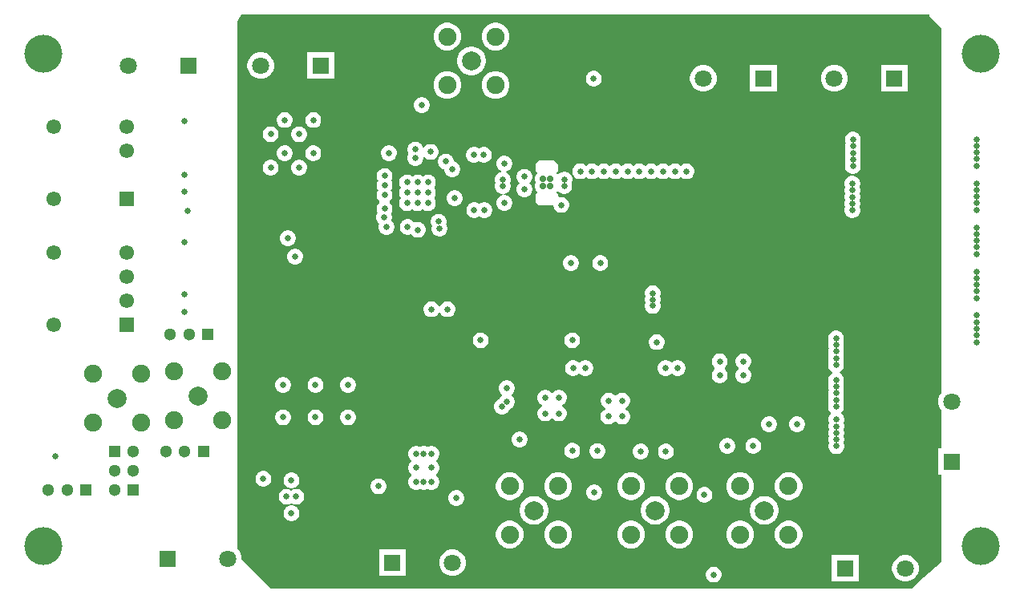
<source format=gbl>
G04*
G04 #@! TF.GenerationSoftware,Altium Limited,Altium Designer,22.0.2 (36)*
G04*
G04 Layer_Physical_Order=4*
G04 Layer_Color=16711680*
%FSLAX44Y44*%
%MOMM*%
G71*
G04*
G04 #@! TF.SameCoordinates,A00C5D83-CF48-4284-9485-F4BE2AF80D81*
G04*
G04*
G04 #@! TF.FilePolarity,Positive*
G04*
G01*
G75*
%ADD59C,1.9050*%
%ADD61R,1.3000X1.3000*%
%ADD62C,1.3000*%
%ADD67C,1.5500*%
%ADD68R,1.5500X1.5500*%
%ADD69R,1.3000X1.3000*%
%ADD78C,0.6500*%
%ADD79C,2.0066*%
%ADD80R,1.8000X1.8000*%
%ADD81C,1.8000*%
%ADD82R,1.8000X1.8000*%
%ADD83C,0.7000*%
%ADD84C,4.0000*%
G36*
X935330Y560030D02*
X948030Y547330D01*
Y161864D01*
X947582Y161416D01*
X945728Y158205D01*
X944769Y154624D01*
Y150917D01*
X945728Y147336D01*
X947582Y144125D01*
X948030Y143677D01*
Y103350D01*
X944769D01*
Y75190D01*
X948030D01*
Y-16500D01*
X923919Y-38330D01*
X916750Y-44820D01*
X240070Y-44821D01*
X209080Y-13830D01*
Y-11146D01*
X208120Y-7565D01*
X206267Y-4355D01*
X205080Y-3168D01*
Y553680D01*
X208890Y561300D01*
X935330D01*
Y560030D01*
D02*
G37*
%LPC*%
G36*
X479450Y552632D02*
X475604D01*
X471890Y551637D01*
X468559Y549714D01*
X465840Y546995D01*
X463917Y543664D01*
X462922Y539950D01*
Y536104D01*
X463917Y532390D01*
X465840Y529059D01*
X468559Y526340D01*
X471890Y524417D01*
X475604Y523422D01*
X479450D01*
X483164Y524417D01*
X486495Y526340D01*
X489214Y529059D01*
X491137Y532390D01*
X492132Y536104D01*
Y539950D01*
X491137Y543664D01*
X489214Y546995D01*
X486495Y549714D01*
X483164Y551637D01*
X479450Y552632D01*
D02*
G37*
G36*
X428396D02*
X424550D01*
X420836Y551637D01*
X417505Y549714D01*
X414786Y546995D01*
X412863Y543664D01*
X411868Y539950D01*
Y536104D01*
X412863Y532390D01*
X414786Y529059D01*
X417505Y526340D01*
X420836Y524417D01*
X424550Y523422D01*
X428396D01*
X432110Y524417D01*
X435441Y526340D01*
X438160Y529059D01*
X440083Y532390D01*
X441078Y536104D01*
Y539950D01*
X440083Y543664D01*
X438160Y546995D01*
X435441Y549714D01*
X432110Y551637D01*
X428396Y552632D01*
D02*
G37*
G36*
X453489Y527613D02*
X450512D01*
X447592Y527032D01*
X444841Y525893D01*
X442366Y524239D01*
X440261Y522134D01*
X438607Y519659D01*
X437468Y516908D01*
X436887Y513988D01*
Y511012D01*
X437468Y508092D01*
X438607Y505341D01*
X440261Y502866D01*
X442366Y500761D01*
X444841Y499107D01*
X447592Y497968D01*
X450512Y497387D01*
X453489D01*
X456408Y497968D01*
X459159Y499107D01*
X461634Y500761D01*
X463739Y502866D01*
X465393Y505341D01*
X466532Y508092D01*
X467113Y511012D01*
Y513988D01*
X466532Y516908D01*
X465393Y519659D01*
X463739Y522134D01*
X461634Y524239D01*
X459159Y525893D01*
X456408Y527032D01*
X453489Y527613D01*
D02*
G37*
G36*
X307080Y521580D02*
X278920D01*
Y493420D01*
X307080D01*
Y521580D01*
D02*
G37*
G36*
X231354D02*
X227647D01*
X224065Y520621D01*
X220855Y518767D01*
X218233Y516146D01*
X216380Y512935D01*
X215420Y509354D01*
Y505647D01*
X216380Y502066D01*
X218233Y498855D01*
X220855Y496233D01*
X224065Y494380D01*
X227647Y493420D01*
X231354D01*
X234935Y494380D01*
X238145Y496233D01*
X240767Y498855D01*
X242621Y502066D01*
X243580Y505647D01*
Y509354D01*
X242621Y512935D01*
X240767Y516146D01*
X238145Y518767D01*
X234935Y520621D01*
X231354Y521580D01*
D02*
G37*
G36*
X582234Y501907D02*
X580041D01*
X577923Y501339D01*
X576023Y500242D01*
X574472Y498691D01*
X573376Y496792D01*
X572808Y494673D01*
Y492480D01*
X573376Y490361D01*
X574472Y488462D01*
X576023Y486911D01*
X577923Y485814D01*
X580041Y485247D01*
X582234D01*
X584353Y485814D01*
X586253Y486911D01*
X587803Y488462D01*
X588900Y490361D01*
X589468Y492480D01*
Y494673D01*
X588900Y496792D01*
X587803Y498691D01*
X586253Y500242D01*
X584353Y501339D01*
X582234Y501907D01*
D02*
G37*
G36*
X912667Y508004D02*
X884507D01*
Y479844D01*
X912667D01*
Y508004D01*
D02*
G37*
G36*
X836941D02*
X833234D01*
X829653Y507045D01*
X826442Y505191D01*
X823820Y502570D01*
X821967Y499359D01*
X821007Y495778D01*
Y492071D01*
X821967Y488490D01*
X823820Y485279D01*
X826442Y482658D01*
X829653Y480804D01*
X833234Y479844D01*
X836941D01*
X840522Y480804D01*
X843733Y482658D01*
X846354Y485279D01*
X848208Y488490D01*
X849167Y492071D01*
Y495778D01*
X848208Y499359D01*
X846354Y502570D01*
X843733Y505191D01*
X840522Y507045D01*
X836941Y508004D01*
D02*
G37*
G36*
X774418D02*
X746258D01*
Y479844D01*
X774418D01*
Y508004D01*
D02*
G37*
G36*
X698691D02*
X694984D01*
X691403Y507045D01*
X688192Y505191D01*
X685571Y502570D01*
X683717Y499359D01*
X682758Y495778D01*
Y492071D01*
X683717Y488490D01*
X685571Y485279D01*
X688192Y482658D01*
X691403Y480804D01*
X694984Y479844D01*
X698691D01*
X702272Y480804D01*
X705483Y482658D01*
X708104Y485279D01*
X709958Y488490D01*
X710918Y492071D01*
Y495778D01*
X709958Y499359D01*
X708104Y502570D01*
X705483Y505191D01*
X702272Y507045D01*
X698691Y508004D01*
D02*
G37*
G36*
X479450Y501578D02*
X475604D01*
X471890Y500583D01*
X468559Y498660D01*
X465840Y495941D01*
X463917Y492610D01*
X462922Y488896D01*
Y485050D01*
X463917Y481336D01*
X465840Y478005D01*
X468559Y475286D01*
X471890Y473363D01*
X475604Y472368D01*
X479450D01*
X483164Y473363D01*
X486495Y475286D01*
X489214Y478005D01*
X491137Y481336D01*
X492132Y485050D01*
Y488896D01*
X491137Y492610D01*
X489214Y495941D01*
X486495Y498660D01*
X483164Y500583D01*
X479450Y501578D01*
D02*
G37*
G36*
X428396D02*
X424550D01*
X420836Y500583D01*
X417505Y498660D01*
X414786Y495941D01*
X412863Y492610D01*
X411868Y488896D01*
Y485050D01*
X412863Y481336D01*
X414786Y478005D01*
X417505Y475286D01*
X420836Y473363D01*
X424550Y472368D01*
X428396D01*
X432110Y473363D01*
X435441Y475286D01*
X438160Y478005D01*
X440083Y481336D01*
X441078Y485050D01*
Y488896D01*
X440083Y492610D01*
X438160Y495941D01*
X435441Y498660D01*
X432110Y500583D01*
X428396Y501578D01*
D02*
G37*
G36*
X400694Y474062D02*
X398501D01*
X396382Y473494D01*
X394483Y472398D01*
X392932Y470847D01*
X391835Y468947D01*
X391268Y466829D01*
Y464635D01*
X391835Y462517D01*
X392932Y460617D01*
X394483Y459066D01*
X396382Y457970D01*
X398501Y457402D01*
X400694D01*
X402813Y457970D01*
X404712Y459066D01*
X406263Y460617D01*
X407360Y462517D01*
X407928Y464635D01*
Y466829D01*
X407360Y468947D01*
X406263Y470847D01*
X404712Y472398D01*
X402813Y473494D01*
X400694Y474062D01*
D02*
G37*
G36*
X286097Y458330D02*
X283903D01*
X281785Y457762D01*
X279885Y456666D01*
X278334Y455115D01*
X277238Y453215D01*
X276670Y451097D01*
Y448903D01*
X277238Y446785D01*
X278334Y444885D01*
X279885Y443334D01*
X281785Y442238D01*
X283903Y441670D01*
X286097D01*
X288215Y442238D01*
X290115Y443334D01*
X291666Y444885D01*
X292762Y446785D01*
X293330Y448903D01*
Y451097D01*
X292762Y453215D01*
X291666Y455115D01*
X290115Y456666D01*
X288215Y457762D01*
X286097Y458330D01*
D02*
G37*
G36*
X256097D02*
X253903D01*
X251785Y457762D01*
X249885Y456666D01*
X248334Y455115D01*
X247238Y453215D01*
X246670Y451097D01*
Y448903D01*
X247238Y446785D01*
X248334Y444885D01*
X249885Y443334D01*
X251785Y442238D01*
X253903Y441670D01*
X256097D01*
X258215Y442238D01*
X260115Y443334D01*
X261666Y444885D01*
X262762Y446785D01*
X263330Y448903D01*
Y451097D01*
X262762Y453215D01*
X261666Y455115D01*
X260115Y456666D01*
X258215Y457762D01*
X256097Y458330D01*
D02*
G37*
G36*
X271097Y443330D02*
X268903D01*
X266785Y442762D01*
X264885Y441666D01*
X263334Y440115D01*
X262238Y438215D01*
X261670Y436097D01*
Y433903D01*
X262238Y431785D01*
X263334Y429885D01*
X264885Y428334D01*
X266785Y427238D01*
X268903Y426670D01*
X271097D01*
X273215Y427238D01*
X275115Y428334D01*
X276666Y429885D01*
X277762Y431785D01*
X278330Y433903D01*
Y436097D01*
X277762Y438215D01*
X276666Y440115D01*
X275115Y441666D01*
X273215Y442762D01*
X271097Y443330D01*
D02*
G37*
G36*
X241097D02*
X238903D01*
X236785Y442762D01*
X234885Y441666D01*
X233334Y440115D01*
X232238Y438215D01*
X231670Y436097D01*
Y433903D01*
X232238Y431785D01*
X233334Y429885D01*
X234885Y428334D01*
X236785Y427238D01*
X238903Y426670D01*
X241097D01*
X243215Y427238D01*
X245115Y428334D01*
X246666Y429885D01*
X247762Y431785D01*
X248330Y433903D01*
Y436097D01*
X247762Y438215D01*
X246666Y440115D01*
X245115Y441666D01*
X243215Y442762D01*
X241097Y443330D01*
D02*
G37*
G36*
X466214Y421364D02*
X464021D01*
X461902Y420797D01*
X460003Y419700D01*
X459969Y419666D01*
X459935Y419700D01*
X458036Y420797D01*
X455917Y421364D01*
X453724D01*
X451605Y420797D01*
X449706Y419700D01*
X448155Y418149D01*
X447058Y416250D01*
X446490Y414131D01*
Y411938D01*
X447058Y409819D01*
X448155Y407920D01*
X449706Y406369D01*
X451605Y405272D01*
X453724Y404704D01*
X455917D01*
X458036Y405272D01*
X459935Y406369D01*
X459969Y406403D01*
X460003Y406369D01*
X461902Y405272D01*
X464021Y404704D01*
X466214D01*
X468333Y405272D01*
X470232Y406369D01*
X471783Y407920D01*
X472880Y409819D01*
X473447Y411938D01*
Y414131D01*
X472880Y416250D01*
X471783Y418149D01*
X470232Y419700D01*
X468333Y420797D01*
X466214Y421364D01*
D02*
G37*
G36*
X393694Y427212D02*
X391501D01*
X389383Y426644D01*
X387483Y425547D01*
X385932Y423997D01*
X384836Y422097D01*
X384268Y419978D01*
Y417785D01*
X384836Y415667D01*
X385577Y414382D01*
X384836Y413097D01*
X384268Y410978D01*
Y408785D01*
X384836Y406666D01*
X385932Y404767D01*
X387483Y403216D01*
X389383Y402119D01*
X391501Y401552D01*
X393694D01*
X395813Y402119D01*
X397713Y403216D01*
X399263Y404767D01*
X400360Y406666D01*
X400928Y408785D01*
Y410848D01*
X401012Y410925D01*
X402153Y411267D01*
X403703Y409716D01*
X405603Y408619D01*
X407722Y408051D01*
X409915D01*
X412034Y408619D01*
X413933Y409716D01*
X415484Y411267D01*
X416581Y413166D01*
X417148Y415285D01*
Y417478D01*
X416581Y419597D01*
X415484Y421496D01*
X413933Y423047D01*
X412034Y424144D01*
X409915Y424711D01*
X407722D01*
X405603Y424144D01*
X403703Y423047D01*
X402153Y421496D01*
X401936Y421122D01*
X400574Y421301D01*
X400360Y422097D01*
X399263Y423997D01*
X397713Y425547D01*
X395813Y426644D01*
X393694Y427212D01*
D02*
G37*
G36*
X366047Y423609D02*
X363854D01*
X361735Y423041D01*
X359836Y421945D01*
X358285Y420394D01*
X357188Y418494D01*
X356620Y416376D01*
Y414183D01*
X357188Y412064D01*
X358285Y410164D01*
X359836Y408614D01*
X361735Y407517D01*
X363854Y406949D01*
X366047D01*
X368166Y407517D01*
X370065Y408614D01*
X371616Y410164D01*
X372713Y412064D01*
X373280Y414183D01*
Y416376D01*
X372713Y418494D01*
X371616Y420394D01*
X370065Y421945D01*
X368166Y423041D01*
X366047Y423609D01*
D02*
G37*
G36*
X286097Y423330D02*
X283903D01*
X281785Y422762D01*
X279885Y421666D01*
X278334Y420115D01*
X277238Y418215D01*
X276670Y416097D01*
Y413903D01*
X277238Y411785D01*
X278334Y409885D01*
X279885Y408334D01*
X281785Y407238D01*
X283903Y406670D01*
X286097D01*
X288215Y407238D01*
X290115Y408334D01*
X291666Y409885D01*
X292762Y411785D01*
X293330Y413903D01*
Y416097D01*
X292762Y418215D01*
X291666Y420115D01*
X290115Y421666D01*
X288215Y422762D01*
X286097Y423330D01*
D02*
G37*
G36*
X256097D02*
X253903D01*
X251785Y422762D01*
X249885Y421666D01*
X248334Y420115D01*
X247238Y418215D01*
X246670Y416097D01*
Y413903D01*
X247238Y411785D01*
X248334Y409885D01*
X249885Y408334D01*
X251785Y407238D01*
X253903Y406670D01*
X256097D01*
X258215Y407238D01*
X260115Y408334D01*
X261666Y409885D01*
X262762Y411785D01*
X263330Y413903D01*
Y416097D01*
X262762Y418215D01*
X261666Y420115D01*
X260115Y421666D01*
X258215Y422762D01*
X256097Y423330D01*
D02*
G37*
G36*
X680361Y404170D02*
X678168D01*
X676049Y403602D01*
X674150Y402505D01*
X673018Y401374D01*
X671887Y402505D01*
X669987Y403602D01*
X667868Y404170D01*
X665675D01*
X663557Y403602D01*
X661657Y402505D01*
X660525Y401374D01*
X659394Y402505D01*
X657494Y403602D01*
X655376Y404170D01*
X653182D01*
X651064Y403602D01*
X649164Y402505D01*
X648033Y401374D01*
X646901Y402505D01*
X645002Y403602D01*
X642883Y404170D01*
X640690D01*
X638571Y403602D01*
X636672Y402505D01*
X635605Y401438D01*
X634537Y402505D01*
X632638Y403602D01*
X630519Y404170D01*
X628326D01*
X626207Y403602D01*
X624308Y402505D01*
X623173Y401370D01*
X622038Y402505D01*
X620138Y403602D01*
X618019Y404170D01*
X615826D01*
X613708Y403602D01*
X611808Y402505D01*
X610548Y401245D01*
X609287Y402505D01*
X607388Y403602D01*
X605269Y404170D01*
X603076D01*
X600957Y403602D01*
X599058Y402505D01*
X597994Y401442D01*
X596931Y402505D01*
X595031Y403602D01*
X592913Y404170D01*
X590719D01*
X588601Y403602D01*
X586701Y402505D01*
X585569Y401374D01*
X584438Y402505D01*
X582538Y403602D01*
X580420Y404170D01*
X578227D01*
X576108Y403602D01*
X574208Y402505D01*
X573077Y401374D01*
X571945Y402505D01*
X570046Y403602D01*
X567927Y404170D01*
X565734D01*
X563615Y403602D01*
X561716Y402505D01*
X560165Y400955D01*
X559068Y399055D01*
X558500Y396936D01*
Y394743D01*
X559068Y392625D01*
X560165Y390725D01*
X561716Y389174D01*
X563615Y388078D01*
X565734Y387510D01*
X567927D01*
X570046Y388078D01*
X571945Y389174D01*
X573077Y390306D01*
X574208Y389174D01*
X576108Y388078D01*
X578227Y387510D01*
X580420D01*
X582538Y388078D01*
X584438Y389174D01*
X585569Y390306D01*
X586701Y389174D01*
X588601Y388078D01*
X590719Y387510D01*
X592913D01*
X595031Y388078D01*
X596931Y389174D01*
X597994Y390238D01*
X599058Y389174D01*
X600957Y388078D01*
X603076Y387510D01*
X605269D01*
X607388Y388078D01*
X609287Y389174D01*
X610548Y390435D01*
X611808Y389174D01*
X613708Y388078D01*
X615826Y387510D01*
X618019D01*
X620138Y388078D01*
X622038Y389174D01*
X623173Y390309D01*
X624308Y389174D01*
X626207Y388078D01*
X628326Y387510D01*
X630519D01*
X632638Y388078D01*
X634537Y389174D01*
X635605Y390241D01*
X636672Y389174D01*
X638571Y388078D01*
X640690Y387510D01*
X642883D01*
X645002Y388078D01*
X646901Y389174D01*
X648033Y390306D01*
X649164Y389174D01*
X651064Y388078D01*
X653182Y387510D01*
X655376D01*
X657494Y388078D01*
X659394Y389174D01*
X660525Y390306D01*
X661657Y389174D01*
X663557Y388078D01*
X665675Y387510D01*
X667868D01*
X669987Y388078D01*
X671887Y389174D01*
X673018Y390306D01*
X674150Y389174D01*
X676049Y388078D01*
X678168Y387510D01*
X680361D01*
X682480Y388078D01*
X684379Y389174D01*
X685930Y390725D01*
X687027Y392625D01*
X687595Y394743D01*
Y396936D01*
X687027Y399055D01*
X685930Y400955D01*
X684379Y402505D01*
X682480Y403602D01*
X680361Y404170D01*
D02*
G37*
G36*
X855826Y437567D02*
X853632D01*
X851514Y436999D01*
X849614Y435902D01*
X848063Y434351D01*
X846967Y432452D01*
X846399Y430333D01*
Y428140D01*
X846967Y426021D01*
X847131Y425737D01*
X846967Y425452D01*
X846399Y423333D01*
Y421140D01*
X846967Y419021D01*
X847131Y418737D01*
X846967Y418452D01*
X846399Y416333D01*
Y414140D01*
X846967Y412021D01*
X847131Y411737D01*
X846967Y411452D01*
X846399Y409333D01*
Y407140D01*
X846967Y405021D01*
X847131Y404737D01*
X846967Y404452D01*
X846399Y402333D01*
Y400140D01*
X846967Y398021D01*
X848064Y396122D01*
X849614Y394571D01*
X851514Y393474D01*
X853633Y392907D01*
X855826D01*
X857944Y393474D01*
X859844Y394571D01*
X861395Y396122D01*
X862492Y398021D01*
X863059Y400140D01*
Y402333D01*
X862492Y404452D01*
X862327Y404737D01*
X862492Y405021D01*
X863059Y407140D01*
Y409333D01*
X862492Y411452D01*
X862327Y411737D01*
X862492Y412021D01*
X863059Y414140D01*
Y416333D01*
X862492Y418452D01*
X862327Y418737D01*
X862492Y419021D01*
X863059Y421140D01*
Y423333D01*
X862492Y425452D01*
X862327Y425737D01*
X862491Y426021D01*
X863059Y428140D01*
Y430333D01*
X862491Y432452D01*
X861395Y434351D01*
X859844Y435902D01*
X857944Y436999D01*
X855826Y437567D01*
D02*
G37*
G36*
X271097Y408330D02*
X268903D01*
X266785Y407762D01*
X264885Y406666D01*
X263334Y405115D01*
X262238Y403215D01*
X261670Y401097D01*
Y398903D01*
X262238Y396785D01*
X263334Y394885D01*
X264885Y393334D01*
X266785Y392238D01*
X268903Y391670D01*
X271097D01*
X273215Y392238D01*
X275115Y393334D01*
X276666Y394885D01*
X277762Y396785D01*
X278330Y398903D01*
Y401097D01*
X277762Y403215D01*
X276666Y405115D01*
X275115Y406666D01*
X273215Y407762D01*
X271097Y408330D01*
D02*
G37*
G36*
X241097D02*
X238903D01*
X236785Y407762D01*
X234885Y406666D01*
X233334Y405115D01*
X232238Y403215D01*
X231670Y401097D01*
Y398903D01*
X232238Y396785D01*
X233334Y394885D01*
X234885Y393334D01*
X236785Y392238D01*
X238903Y391670D01*
X241097D01*
X243215Y392238D01*
X245115Y393334D01*
X246666Y394885D01*
X247762Y396785D01*
X248330Y398903D01*
Y401097D01*
X247762Y403215D01*
X246666Y405115D01*
X245115Y406666D01*
X243215Y407762D01*
X241097Y408330D01*
D02*
G37*
G36*
X407153Y392469D02*
X404960D01*
X402841Y391901D01*
X400942Y390804D01*
X400556Y390419D01*
X400171Y390804D01*
X398271Y391901D01*
X396153Y392469D01*
X393959D01*
X391841Y391901D01*
X389941Y390804D01*
X389556Y390419D01*
X389171Y390804D01*
X387272Y391901D01*
X385153Y392469D01*
X382960D01*
X380841Y391901D01*
X378942Y390804D01*
X377391Y389254D01*
X376294Y387354D01*
X375726Y385235D01*
Y383042D01*
X376294Y380924D01*
X377391Y379024D01*
X377776Y378639D01*
X377391Y378254D01*
X376294Y376354D01*
X375726Y374236D01*
Y372042D01*
X376294Y369924D01*
X377391Y368024D01*
X377776Y367639D01*
X377391Y367253D01*
X376294Y365354D01*
X375726Y363235D01*
Y361042D01*
X376294Y358923D01*
X377391Y357024D01*
X378942Y355473D01*
X380841Y354376D01*
X382960Y353809D01*
X385153D01*
X387272Y354376D01*
X389171Y355473D01*
X389556Y355858D01*
X389941Y355473D01*
X391841Y354376D01*
X393959Y353809D01*
X396153D01*
X398271Y354376D01*
X400171Y355473D01*
X400556Y355858D01*
X400942Y355473D01*
X402841Y354376D01*
X404960Y353809D01*
X407153D01*
X409272Y354376D01*
X411171Y355473D01*
X412722Y357024D01*
X413819Y358923D01*
X414386Y361042D01*
Y363235D01*
X413819Y365354D01*
X412722Y367253D01*
X412337Y367639D01*
X412722Y368024D01*
X413819Y369924D01*
X414386Y372042D01*
Y374236D01*
X413819Y376354D01*
X412722Y378254D01*
X412337Y378639D01*
X412722Y379024D01*
X413819Y380924D01*
X414386Y383042D01*
Y385235D01*
X413819Y387354D01*
X412722Y389254D01*
X411171Y390804D01*
X409272Y391901D01*
X407153Y392469D01*
D02*
G37*
G36*
X426194Y414462D02*
X424001D01*
X421882Y413894D01*
X419983Y412797D01*
X418432Y411246D01*
X417335Y409347D01*
X416768Y407228D01*
Y405035D01*
X417335Y402916D01*
X418432Y401017D01*
X419983Y399466D01*
X421882Y398369D01*
X423518Y397931D01*
Y397035D01*
X424086Y394916D01*
X425182Y393017D01*
X426733Y391466D01*
X428633Y390369D01*
X430751Y389802D01*
X432945D01*
X435063Y390369D01*
X436963Y391466D01*
X438514Y393017D01*
X439610Y394916D01*
X440178Y397035D01*
Y399228D01*
X439610Y401347D01*
X438514Y403246D01*
X436963Y404797D01*
X435063Y405894D01*
X433428Y406332D01*
Y407228D01*
X432860Y409347D01*
X431763Y411246D01*
X430212Y412797D01*
X428313Y413894D01*
X426194Y414462D01*
D02*
G37*
G36*
X539645Y407500D02*
X523250Y407500D01*
X520000Y404250D01*
Y396002D01*
X522034Y393968D01*
X520954Y392888D01*
X519825Y390932D01*
X519240Y388750D01*
Y386490D01*
X519825Y384308D01*
X520107Y383820D01*
X519825Y383332D01*
X519240Y381150D01*
Y378890D01*
X519825Y376708D01*
X520954Y374752D01*
X522037Y373669D01*
X520000Y371631D01*
Y363383D01*
X523250Y360133D01*
X538510Y360133D01*
Y359217D01*
X539078Y357099D01*
X540174Y355199D01*
X541725Y353648D01*
X543625Y352551D01*
X545743Y351984D01*
X547937D01*
X550055Y352551D01*
X551955Y353648D01*
X553506Y355199D01*
X554602Y357099D01*
X555170Y359217D01*
Y361410D01*
X554602Y363529D01*
X553506Y365429D01*
X551955Y366979D01*
X550055Y368076D01*
X547937Y368644D01*
X545743D01*
X544797Y368390D01*
X543789Y369163D01*
Y371238D01*
X541665Y373361D01*
X542249Y374574D01*
X542640Y374698D01*
X543634Y374547D01*
X544831Y373351D01*
X546730Y372254D01*
X548849Y371687D01*
X551042D01*
X553161Y372254D01*
X555060Y373351D01*
X556611Y374902D01*
X557708Y376801D01*
X558275Y378920D01*
Y381113D01*
X557708Y383232D01*
X557626Y383373D01*
X558033Y384077D01*
X558600Y386195D01*
Y388388D01*
X558033Y390507D01*
X556936Y392407D01*
X555385Y393957D01*
X553486Y395054D01*
X551367Y395622D01*
X549174D01*
X547055Y395054D01*
X545156Y393957D01*
X543875Y392676D01*
X542430Y392638D01*
X542286Y392888D01*
X541284Y393890D01*
X543789Y396396D01*
Y403357D01*
X539645Y407500D01*
D02*
G37*
G36*
X508915Y398417D02*
X506722D01*
X504603Y397850D01*
X502704Y396753D01*
X501153Y395202D01*
X500056Y393303D01*
X499488Y391184D01*
Y388991D01*
X500056Y386872D01*
X501153Y384973D01*
X502577Y383548D01*
X501153Y382124D01*
X500056Y380225D01*
X499488Y378106D01*
Y375913D01*
X500056Y373794D01*
X501153Y371895D01*
X502704Y370344D01*
X504603Y369247D01*
X506722Y368679D01*
X508915D01*
X511034Y369247D01*
X512933Y370344D01*
X514484Y371895D01*
X515581Y373794D01*
X516148Y375913D01*
Y378106D01*
X515581Y380225D01*
X514484Y382124D01*
X513060Y383548D01*
X514484Y384973D01*
X515581Y386872D01*
X516148Y388991D01*
Y391184D01*
X515581Y393303D01*
X514484Y395202D01*
X512933Y396753D01*
X511034Y397850D01*
X508915Y398417D01*
D02*
G37*
G36*
X466686Y363061D02*
X464493D01*
X462374Y362494D01*
X460475Y361397D01*
X460293Y361215D01*
X460111Y361397D01*
X458212Y362494D01*
X456093Y363061D01*
X453900D01*
X451781Y362494D01*
X449882Y361397D01*
X448331Y359846D01*
X447234Y357947D01*
X446666Y355828D01*
Y353635D01*
X447234Y351516D01*
X448331Y349617D01*
X449882Y348066D01*
X451781Y346969D01*
X453900Y346401D01*
X456093D01*
X458212Y346969D01*
X460111Y348066D01*
X460293Y348248D01*
X460475Y348066D01*
X462374Y346969D01*
X464493Y346401D01*
X466686D01*
X468805Y346969D01*
X470704Y348066D01*
X472255Y349617D01*
X473352Y351516D01*
X473920Y353635D01*
Y355828D01*
X473352Y357947D01*
X472255Y359846D01*
X470704Y361397D01*
X468805Y362494D01*
X466686Y363061D01*
D02*
G37*
G36*
X435492Y375736D02*
X433298D01*
X431180Y375168D01*
X429280Y374072D01*
X427729Y372521D01*
X426633Y370621D01*
X426065Y368503D01*
Y366309D01*
X426633Y364191D01*
X427729Y362291D01*
X429280Y360740D01*
X431180Y359644D01*
X433298Y359076D01*
X435492D01*
X437610Y359644D01*
X439510Y360740D01*
X441061Y362291D01*
X442157Y364191D01*
X442725Y366309D01*
Y368503D01*
X442157Y370621D01*
X441061Y372521D01*
X439510Y374072D01*
X437610Y375168D01*
X435492Y375736D01*
D02*
G37*
G36*
X487678Y412265D02*
X485485D01*
X483366Y411697D01*
X481467Y410600D01*
X479916Y409049D01*
X478819Y407150D01*
X478252Y405031D01*
Y402838D01*
X478819Y400719D01*
X479916Y398820D01*
X481467Y397269D01*
X483110Y396320D01*
X483139Y395432D01*
X482998Y394976D01*
X481764Y394645D01*
X479865Y393549D01*
X478314Y391998D01*
X477217Y390098D01*
X476650Y387980D01*
Y385786D01*
X477207Y383705D01*
X477148Y383602D01*
X476580Y381484D01*
Y379290D01*
X477148Y377172D01*
X478245Y375272D01*
X479796Y373721D01*
X481695Y372625D01*
X483814Y372057D01*
X484776D01*
X485381Y372057D01*
X485485Y370830D01*
X484874Y370666D01*
X483366Y370262D01*
X481467Y369166D01*
X479916Y367615D01*
X478819Y365715D01*
X478252Y363597D01*
Y361403D01*
X478819Y359285D01*
X479916Y357385D01*
X481467Y355834D01*
X483366Y354738D01*
X485485Y354170D01*
X487678D01*
X489797Y354738D01*
X491696Y355834D01*
X493247Y357385D01*
X494344Y359285D01*
X494912Y361403D01*
Y363597D01*
X494344Y365715D01*
X493247Y367615D01*
X491696Y369166D01*
X489797Y370262D01*
X487678Y370830D01*
X486716D01*
X486111Y370830D01*
X486007Y372057D01*
X486618Y372221D01*
X488126Y372625D01*
X490025Y373721D01*
X491576Y375272D01*
X492673Y377172D01*
X493240Y379290D01*
Y381484D01*
X492683Y383565D01*
X492742Y383668D01*
X493310Y385786D01*
Y387980D01*
X492742Y390098D01*
X491645Y391998D01*
X490094Y393549D01*
X488452Y394497D01*
X488423Y395386D01*
X488563Y395842D01*
X489797Y396172D01*
X491696Y397269D01*
X493247Y398820D01*
X494344Y400719D01*
X494912Y402838D01*
Y405031D01*
X494344Y407150D01*
X493247Y409049D01*
X491696Y410600D01*
X489797Y411697D01*
X487678Y412265D01*
D02*
G37*
G36*
X855076Y391016D02*
X852883D01*
X850764Y390448D01*
X848865Y389352D01*
X847314Y387801D01*
X846217Y385901D01*
X845649Y383783D01*
Y381590D01*
X846217Y379471D01*
X846381Y379186D01*
X846217Y378901D01*
X845649Y376783D01*
Y374590D01*
X846217Y372471D01*
X846381Y372186D01*
X846217Y371901D01*
X845649Y369783D01*
Y367589D01*
X846217Y365471D01*
X846381Y365186D01*
X846217Y364901D01*
X845649Y362783D01*
Y360589D01*
X846217Y358471D01*
X846381Y358186D01*
X846217Y357901D01*
X845649Y355783D01*
Y353590D01*
X846217Y351471D01*
X847314Y349571D01*
X848865Y348021D01*
X850764Y346924D01*
X852883Y346356D01*
X855076D01*
X857195Y346924D01*
X859094Y348021D01*
X860645Y349571D01*
X861742Y351471D01*
X862309Y353590D01*
Y355783D01*
X861742Y357901D01*
X861577Y358186D01*
X861742Y358471D01*
X862309Y360589D01*
Y362783D01*
X861742Y364901D01*
X861577Y365186D01*
X861742Y365471D01*
X862309Y367589D01*
Y369783D01*
X861742Y371901D01*
X861577Y372186D01*
X861742Y372471D01*
X862309Y374590D01*
Y376783D01*
X861742Y378901D01*
X861577Y379186D01*
X861742Y379471D01*
X862309Y381590D01*
Y383783D01*
X861742Y385901D01*
X860645Y387801D01*
X859094Y389352D01*
X857195Y390448D01*
X855076Y391016D01*
D02*
G37*
G36*
X361415Y399212D02*
X359222D01*
X357103Y398644D01*
X355204Y397548D01*
X353653Y395997D01*
X352556Y394097D01*
X351988Y391979D01*
Y389785D01*
X352556Y387667D01*
X353587Y385882D01*
X352556Y384097D01*
X351988Y381979D01*
Y379785D01*
X352556Y377667D01*
X353653Y375767D01*
X353663Y375757D01*
X353653Y375746D01*
X352556Y373847D01*
X351988Y371728D01*
Y369535D01*
X352556Y367416D01*
X353653Y365517D01*
X354698Y364472D01*
X355060Y363632D01*
X354698Y362791D01*
X353653Y361746D01*
X352556Y359847D01*
X351988Y357728D01*
Y355535D01*
X352556Y353416D01*
X353317Y352099D01*
X352306Y350347D01*
X351738Y348229D01*
Y346035D01*
X352306Y343917D01*
X353402Y342017D01*
X354824Y340595D01*
X354714Y340405D01*
X354146Y338286D01*
Y336093D01*
X354714Y333974D01*
X355811Y332075D01*
X357362Y330524D01*
X359261Y329427D01*
X361380Y328859D01*
X363573D01*
X365692Y329427D01*
X367591Y330524D01*
X369142Y332075D01*
X370239Y333974D01*
X370807Y336093D01*
Y338286D01*
X370239Y340405D01*
X369142Y342304D01*
X367720Y343726D01*
X367830Y343917D01*
X368398Y346035D01*
Y348229D01*
X367830Y350347D01*
X367070Y351665D01*
X368081Y353416D01*
X368648Y355535D01*
Y357728D01*
X368081Y359847D01*
X366984Y361746D01*
X365939Y362791D01*
X365577Y363632D01*
X365939Y364472D01*
X366984Y365517D01*
X368081Y367416D01*
X368648Y369535D01*
Y371728D01*
X368081Y373847D01*
X366984Y375746D01*
X366974Y375757D01*
X366984Y375767D01*
X368081Y377667D01*
X368648Y379785D01*
Y381979D01*
X368081Y384097D01*
X367050Y385882D01*
X368081Y387667D01*
X368648Y389785D01*
Y391979D01*
X368081Y394097D01*
X366984Y395997D01*
X365433Y397548D01*
X363534Y398644D01*
X361415Y399212D01*
D02*
G37*
G36*
X418501Y350988D02*
X416308D01*
X414189Y350421D01*
X412290Y349324D01*
X410739Y347773D01*
X409642Y345874D01*
X409074Y343755D01*
Y341562D01*
X409642Y339443D01*
X410530Y337904D01*
X410163Y336534D01*
Y334340D01*
X410731Y332221D01*
X411827Y330322D01*
X413378Y328771D01*
X415278Y327674D01*
X417396Y327107D01*
X419590D01*
X421708Y327674D01*
X423608Y328771D01*
X425159Y330322D01*
X426255Y332221D01*
X426823Y334340D01*
Y336534D01*
X426255Y338652D01*
X425367Y340191D01*
X425734Y341562D01*
Y343755D01*
X425167Y345874D01*
X424070Y347773D01*
X422519Y349324D01*
X420620Y350421D01*
X418501Y350988D01*
D02*
G37*
G36*
X385826Y345519D02*
X383633D01*
X381514Y344952D01*
X379614Y343855D01*
X378064Y342304D01*
X376967Y340405D01*
X376399Y338286D01*
Y336093D01*
X376967Y333974D01*
X378064Y332075D01*
X379614Y330524D01*
X381514Y329427D01*
X383633Y328859D01*
X385826D01*
X387944Y329427D01*
X388431Y329708D01*
X388830Y329017D01*
X390381Y327466D01*
X392281Y326369D01*
X394399Y325802D01*
X396593D01*
X398711Y326369D01*
X400611Y327466D01*
X402162Y329017D01*
X403259Y330916D01*
X403826Y333035D01*
Y335228D01*
X403259Y337347D01*
X402162Y339246D01*
X400611Y340797D01*
X398711Y341894D01*
X396593Y342462D01*
X394399D01*
X392281Y341894D01*
X391794Y341613D01*
X391395Y342304D01*
X389844Y343855D01*
X387944Y344952D01*
X385826Y345519D01*
D02*
G37*
G36*
X259137Y333580D02*
X256944D01*
X254826Y333013D01*
X252926Y331916D01*
X251375Y330365D01*
X250278Y328465D01*
X249711Y326347D01*
Y324154D01*
X250278Y322035D01*
X251375Y320135D01*
X252926Y318584D01*
X254826Y317488D01*
X256944Y316920D01*
X259137D01*
X261256Y317488D01*
X263156Y318584D01*
X264706Y320135D01*
X265803Y322035D01*
X266371Y324154D01*
Y326347D01*
X265803Y328465D01*
X264706Y330365D01*
X263156Y331916D01*
X261256Y333013D01*
X259137Y333580D01*
D02*
G37*
G36*
X267032Y314330D02*
X264839D01*
X262720Y313762D01*
X260820Y312666D01*
X259270Y311115D01*
X258173Y309215D01*
X257605Y307097D01*
Y304903D01*
X258173Y302785D01*
X259270Y300885D01*
X260820Y299334D01*
X262720Y298238D01*
X264839Y297670D01*
X267032D01*
X269150Y298238D01*
X271050Y299334D01*
X272601Y300885D01*
X273697Y302785D01*
X274265Y304903D01*
Y307097D01*
X273697Y309215D01*
X272601Y311115D01*
X271050Y312666D01*
X269150Y313762D01*
X267032Y314330D01*
D02*
G37*
G36*
X589138Y307338D02*
X586944D01*
X584826Y306771D01*
X582926Y305674D01*
X581375Y304123D01*
X580279Y302224D01*
X579711Y300105D01*
Y297912D01*
X580279Y295793D01*
X581375Y293894D01*
X582926Y292343D01*
X584826Y291246D01*
X586944Y290678D01*
X589138D01*
X591256Y291246D01*
X593156Y292343D01*
X594707Y293894D01*
X595803Y295793D01*
X596371Y297912D01*
Y300105D01*
X595803Y302224D01*
X594707Y304123D01*
X593156Y305674D01*
X591256Y306771D01*
X589138Y307338D01*
D02*
G37*
G36*
X558055D02*
X555862D01*
X553744Y306771D01*
X551844Y305674D01*
X550293Y304123D01*
X549197Y302224D01*
X548629Y300105D01*
Y297912D01*
X549197Y295793D01*
X550293Y293894D01*
X551844Y292343D01*
X553744Y291246D01*
X555862Y290678D01*
X558055D01*
X560174Y291246D01*
X562074Y292343D01*
X563624Y293894D01*
X564721Y295793D01*
X565289Y297912D01*
Y300105D01*
X564721Y302224D01*
X563624Y304123D01*
X562074Y305674D01*
X560174Y306771D01*
X558055Y307338D01*
D02*
G37*
G36*
X427597Y258539D02*
X425403D01*
X423285Y257971D01*
X421385Y256875D01*
X419834Y255324D01*
X418799Y253531D01*
X418164Y253424D01*
X418086D01*
X417451Y253531D01*
X416416Y255324D01*
X414865Y256875D01*
X412966Y257971D01*
X410847Y258539D01*
X408653D01*
X406535Y257971D01*
X404636Y256875D01*
X403084Y255324D01*
X401988Y253424D01*
X401420Y251306D01*
Y249112D01*
X401988Y246994D01*
X403084Y245094D01*
X404636Y243543D01*
X406535Y242447D01*
X408653Y241879D01*
X410847D01*
X412966Y242447D01*
X414865Y243543D01*
X416416Y245094D01*
X417451Y246888D01*
X418086Y246994D01*
X418164D01*
X418799Y246888D01*
X419834Y245094D01*
X421385Y243543D01*
X423285Y242447D01*
X425403Y241879D01*
X427597D01*
X429715Y242447D01*
X431615Y243543D01*
X433166Y245094D01*
X434262Y246994D01*
X434830Y249112D01*
Y251306D01*
X434262Y253424D01*
X433166Y255324D01*
X431615Y256875D01*
X429715Y257971D01*
X427597Y258539D01*
D02*
G37*
G36*
X644587Y275550D02*
X642393D01*
X640275Y274982D01*
X638375Y273886D01*
X636824Y272335D01*
X635728Y270435D01*
X635160Y268317D01*
Y266123D01*
X635728Y264005D01*
X635820Y263845D01*
X635728Y263685D01*
X635160Y261567D01*
Y259373D01*
X635728Y257255D01*
X635820Y257095D01*
X635728Y256935D01*
X635160Y254817D01*
Y252623D01*
X635728Y250505D01*
X636824Y248605D01*
X638375Y247054D01*
X640275Y245958D01*
X642393Y245390D01*
X644587D01*
X646705Y245958D01*
X648605Y247054D01*
X650156Y248605D01*
X651252Y250505D01*
X651820Y252623D01*
Y254817D01*
X651252Y256935D01*
X651160Y257095D01*
X651252Y257255D01*
X651820Y259373D01*
Y261567D01*
X651252Y263685D01*
X651160Y263845D01*
X651252Y264005D01*
X651820Y266123D01*
Y268317D01*
X651252Y270435D01*
X650156Y272335D01*
X648605Y273886D01*
X646705Y274982D01*
X644587Y275550D01*
D02*
G37*
G36*
X559477Y225739D02*
X557283D01*
X555165Y225172D01*
X553265Y224075D01*
X551714Y222524D01*
X550617Y220625D01*
X550050Y218506D01*
Y216313D01*
X550617Y214194D01*
X551714Y212295D01*
X553265Y210744D01*
X555165Y209647D01*
X557283Y209079D01*
X559477D01*
X561595Y209647D01*
X563495Y210744D01*
X565046Y212295D01*
X566142Y214194D01*
X566710Y216313D01*
Y218506D01*
X566142Y220625D01*
X565046Y222524D01*
X563495Y224075D01*
X561595Y225172D01*
X559477Y225739D01*
D02*
G37*
G36*
X462865D02*
X460672D01*
X458553Y225172D01*
X456654Y224075D01*
X455103Y222524D01*
X454006Y220625D01*
X453438Y218506D01*
Y216313D01*
X454006Y214194D01*
X455103Y212295D01*
X456654Y210744D01*
X458553Y209647D01*
X460672Y209079D01*
X462865D01*
X464984Y209647D01*
X466883Y210744D01*
X468434Y212295D01*
X469531Y214194D01*
X470098Y216313D01*
Y218506D01*
X469531Y220625D01*
X468434Y222524D01*
X466883Y224075D01*
X464984Y225172D01*
X462865Y225739D01*
D02*
G37*
G36*
X648597Y223830D02*
X646404D01*
X644285Y223262D01*
X642386Y222166D01*
X640835Y220615D01*
X639738Y218715D01*
X639170Y216597D01*
Y214403D01*
X639738Y212285D01*
X640835Y210385D01*
X642386Y208834D01*
X644285Y207738D01*
X646404Y207170D01*
X648597D01*
X650716Y207738D01*
X652615Y208834D01*
X654166Y210385D01*
X655263Y212285D01*
X655830Y214403D01*
Y216597D01*
X655263Y218715D01*
X654166Y220615D01*
X652615Y222166D01*
X650716Y223262D01*
X648597Y223830D01*
D02*
G37*
G36*
X670847Y196580D02*
X668653D01*
X666535Y196012D01*
X664635Y194916D01*
X663375Y193655D01*
X662115Y194916D01*
X660215Y196012D01*
X658097Y196580D01*
X655903D01*
X653785Y196012D01*
X651885Y194916D01*
X650334Y193365D01*
X649238Y191465D01*
X648670Y189347D01*
Y187153D01*
X649238Y185035D01*
X650334Y183135D01*
X651885Y181584D01*
X653785Y180488D01*
X655903Y179920D01*
X658097D01*
X660215Y180488D01*
X662115Y181584D01*
X663375Y182845D01*
X664635Y181584D01*
X666535Y180488D01*
X668653Y179920D01*
X670847D01*
X672965Y180488D01*
X674865Y181584D01*
X676416Y183135D01*
X677513Y185035D01*
X678080Y187153D01*
Y189347D01*
X677513Y191465D01*
X676416Y193365D01*
X674865Y194916D01*
X672965Y196012D01*
X670847Y196580D01*
D02*
G37*
G36*
X573347D02*
X571154D01*
X569035Y196012D01*
X567136Y194916D01*
X565750Y193530D01*
X564365Y194916D01*
X562465Y196012D01*
X560347Y196580D01*
X558153D01*
X556035Y196012D01*
X554135Y194916D01*
X552584Y193365D01*
X551488Y191465D01*
X550920Y189347D01*
Y187153D01*
X551488Y185035D01*
X552584Y183135D01*
X554135Y181584D01*
X556035Y180488D01*
X558153Y179920D01*
X560347D01*
X562465Y180488D01*
X564365Y181584D01*
X565750Y182970D01*
X567136Y181584D01*
X569035Y180488D01*
X571154Y179920D01*
X573347D01*
X575466Y180488D01*
X577365Y181584D01*
X578916Y183135D01*
X580013Y185035D01*
X580580Y187153D01*
Y189347D01*
X580013Y191465D01*
X578916Y193365D01*
X577365Y194916D01*
X575466Y196012D01*
X573347Y196580D01*
D02*
G37*
G36*
X740068Y203509D02*
X737874D01*
X735756Y202941D01*
X733856Y201845D01*
X732305Y200294D01*
X731209Y198394D01*
X730641Y196276D01*
Y194082D01*
X731209Y191964D01*
X732305Y190064D01*
X733678Y188691D01*
X733779Y187920D01*
X733678Y187149D01*
X732305Y185776D01*
X731209Y183877D01*
X730641Y181758D01*
Y179565D01*
X731209Y177446D01*
X732305Y175547D01*
X733856Y173996D01*
X735756Y172899D01*
X737874Y172332D01*
X740068D01*
X742186Y172899D01*
X744086Y173996D01*
X745637Y175547D01*
X746733Y177446D01*
X747301Y179565D01*
Y181758D01*
X746733Y183877D01*
X745637Y185776D01*
X744264Y187149D01*
X744163Y187920D01*
X744264Y188691D01*
X745637Y190064D01*
X746733Y191964D01*
X747301Y194082D01*
Y196276D01*
X746733Y198394D01*
X745637Y200294D01*
X744086Y201845D01*
X742186Y202941D01*
X740068Y203509D01*
D02*
G37*
G36*
X715245D02*
X713052D01*
X710934Y202941D01*
X709034Y201845D01*
X707483Y200294D01*
X706386Y198394D01*
X705819Y196276D01*
Y194082D01*
X706386Y191964D01*
X707483Y190064D01*
X708856Y188691D01*
X708957Y187920D01*
X708856Y187149D01*
X707483Y185776D01*
X706386Y183877D01*
X705819Y181758D01*
Y179565D01*
X706386Y177446D01*
X707483Y175547D01*
X709034Y173996D01*
X710934Y172899D01*
X713052Y172332D01*
X715245D01*
X717364Y172899D01*
X719264Y173996D01*
X720814Y175547D01*
X721911Y177446D01*
X722479Y179565D01*
Y181758D01*
X721911Y183877D01*
X720814Y185776D01*
X719441Y187149D01*
X719341Y187920D01*
X719441Y188691D01*
X720814Y190064D01*
X721911Y191964D01*
X722479Y194082D01*
Y196276D01*
X721911Y198394D01*
X720814Y200294D01*
X719264Y201845D01*
X717364Y202941D01*
X715245Y203509D01*
D02*
G37*
G36*
X545627Y165289D02*
X543434D01*
X541315Y164721D01*
X539416Y163624D01*
X538042Y162251D01*
X537272Y162151D01*
X536501Y162251D01*
X535128Y163624D01*
X533228Y164721D01*
X531110Y165289D01*
X528916D01*
X526798Y164721D01*
X524898Y163624D01*
X523347Y162073D01*
X522251Y160174D01*
X521683Y158055D01*
Y155862D01*
X522251Y153743D01*
X523347Y151844D01*
X524898Y150293D01*
X526685Y149262D01*
X526788Y148622D01*
X526786Y148545D01*
X526677Y147914D01*
X524877Y146875D01*
X523326Y145324D01*
X522229Y143424D01*
X521661Y141306D01*
Y139112D01*
X522229Y136994D01*
X523326Y135094D01*
X524877Y133543D01*
X526776Y132447D01*
X528895Y131879D01*
X531088D01*
X533206Y132447D01*
X535106Y133543D01*
X536479Y134916D01*
X537250Y135017D01*
X538021Y134916D01*
X539394Y133543D01*
X541293Y132447D01*
X543412Y131879D01*
X545605D01*
X547724Y132447D01*
X549623Y133543D01*
X551174Y135094D01*
X552271Y136994D01*
X552838Y139112D01*
Y141306D01*
X552271Y143424D01*
X551174Y145324D01*
X549623Y146875D01*
X547837Y147906D01*
X547734Y148546D01*
X547735Y148623D01*
X547845Y149254D01*
X549645Y150293D01*
X551196Y151844D01*
X552293Y153743D01*
X552860Y155862D01*
Y158055D01*
X552293Y160174D01*
X551196Y162073D01*
X549645Y163624D01*
X547746Y164721D01*
X545627Y165289D01*
D02*
G37*
G36*
X322787Y178690D02*
X320593D01*
X318475Y178122D01*
X316575Y177026D01*
X315024Y175475D01*
X313928Y173575D01*
X313360Y171457D01*
Y169263D01*
X313928Y167145D01*
X315024Y165245D01*
X316575Y163694D01*
X318475Y162598D01*
X320593Y162030D01*
X322787D01*
X324905Y162598D01*
X326805Y163694D01*
X328356Y165245D01*
X329452Y167145D01*
X330020Y169263D01*
Y171457D01*
X329452Y173575D01*
X328356Y175475D01*
X326805Y177026D01*
X324905Y178122D01*
X322787Y178690D01*
D02*
G37*
G36*
X288497D02*
X286303D01*
X284185Y178122D01*
X282285Y177026D01*
X280734Y175475D01*
X279638Y173575D01*
X279070Y171457D01*
Y169263D01*
X279638Y167145D01*
X280734Y165245D01*
X282285Y163694D01*
X284185Y162598D01*
X286303Y162030D01*
X288497D01*
X290615Y162598D01*
X292515Y163694D01*
X294066Y165245D01*
X295162Y167145D01*
X295730Y169263D01*
Y171457D01*
X295162Y173575D01*
X294066Y175475D01*
X292515Y177026D01*
X290615Y178122D01*
X288497Y178690D01*
D02*
G37*
G36*
X254207D02*
X252013D01*
X249895Y178122D01*
X247995Y177026D01*
X246444Y175475D01*
X245348Y173575D01*
X244780Y171457D01*
Y169263D01*
X245348Y167145D01*
X246444Y165245D01*
X247995Y163694D01*
X249895Y162598D01*
X252013Y162030D01*
X254207D01*
X256325Y162598D01*
X258225Y163694D01*
X259776Y165245D01*
X260872Y167145D01*
X261440Y169263D01*
Y171457D01*
X260872Y173575D01*
X259776Y175475D01*
X258225Y177026D01*
X256325Y178122D01*
X254207Y178690D01*
D02*
G37*
G36*
X612347Y162039D02*
X610153D01*
X608035Y161471D01*
X606135Y160375D01*
X604762Y159002D01*
X603991Y158901D01*
X603220Y159002D01*
X601848Y160375D01*
X599948Y161471D01*
X597830Y162039D01*
X595636D01*
X593518Y161471D01*
X591618Y160375D01*
X590067Y158824D01*
X588970Y156924D01*
X588403Y154806D01*
Y152612D01*
X588970Y150494D01*
X590067Y148594D01*
X591618Y147043D01*
X593335Y146052D01*
X593403Y145365D01*
X593391Y145303D01*
X593247Y144704D01*
X591377Y143624D01*
X589826Y142074D01*
X588729Y140174D01*
X588162Y138055D01*
Y135862D01*
X588729Y133743D01*
X589826Y131844D01*
X591377Y130293D01*
X593276Y129197D01*
X595395Y128629D01*
X597588D01*
X599707Y129197D01*
X601606Y130293D01*
X602979Y131666D01*
X603750Y131767D01*
X604521Y131666D01*
X605894Y130293D01*
X607793Y129197D01*
X609912Y128629D01*
X612105D01*
X614224Y129197D01*
X616123Y130293D01*
X617674Y131844D01*
X618771Y133743D01*
X619339Y135862D01*
Y138055D01*
X618771Y140174D01*
X617674Y142074D01*
X616123Y143624D01*
X614406Y144616D01*
X614338Y145303D01*
X614351Y145365D01*
X614494Y145963D01*
X616365Y147043D01*
X617916Y148594D01*
X619012Y150494D01*
X619580Y152612D01*
Y154806D01*
X619012Y156924D01*
X617916Y158824D01*
X616365Y160375D01*
X614465Y161471D01*
X612347Y162039D01*
D02*
G37*
G36*
X490388Y175363D02*
X488194D01*
X486076Y174795D01*
X484176Y173698D01*
X482625Y172147D01*
X481529Y170248D01*
X480961Y168129D01*
Y165936D01*
X481529Y163817D01*
X482625Y161918D01*
X483998Y160545D01*
X484099Y159774D01*
X483998Y159003D01*
X482625Y157630D01*
X481529Y155731D01*
X481407Y155278D01*
X481285Y155245D01*
X479385Y154149D01*
X477834Y152598D01*
X476738Y150698D01*
X476170Y148580D01*
Y146386D01*
X476738Y144268D01*
X477834Y142368D01*
X479385Y140817D01*
X481285Y139721D01*
X483403Y139153D01*
X485597D01*
X487715Y139721D01*
X489615Y140817D01*
X491166Y142368D01*
X492262Y144268D01*
X492383Y144720D01*
X492506Y144753D01*
X494406Y145850D01*
X495957Y147401D01*
X497053Y149300D01*
X497621Y151419D01*
Y153612D01*
X497053Y155731D01*
X495957Y157630D01*
X494584Y159003D01*
X494483Y159774D01*
X494584Y160545D01*
X495957Y161918D01*
X497053Y163817D01*
X497621Y165936D01*
Y168129D01*
X497053Y170248D01*
X495957Y172147D01*
X494406Y173698D01*
X492506Y174795D01*
X490388Y175363D01*
D02*
G37*
G36*
X322787Y144400D02*
X320593D01*
X318475Y143832D01*
X316575Y142736D01*
X315024Y141185D01*
X313928Y139285D01*
X313360Y137167D01*
Y134973D01*
X313928Y132855D01*
X315024Y130955D01*
X316575Y129404D01*
X318475Y128308D01*
X320593Y127740D01*
X322787D01*
X324905Y128308D01*
X326805Y129404D01*
X328356Y130955D01*
X329452Y132855D01*
X330020Y134973D01*
Y137167D01*
X329452Y139285D01*
X328356Y141185D01*
X326805Y142736D01*
X324905Y143832D01*
X322787Y144400D01*
D02*
G37*
G36*
X288497D02*
X286303D01*
X284185Y143832D01*
X282285Y142736D01*
X280734Y141185D01*
X279638Y139285D01*
X279070Y137167D01*
Y134973D01*
X279638Y132855D01*
X280734Y130955D01*
X282285Y129404D01*
X284185Y128308D01*
X286303Y127740D01*
X288497D01*
X290615Y128308D01*
X292515Y129404D01*
X294066Y130955D01*
X295162Y132855D01*
X295730Y134973D01*
Y137167D01*
X295162Y139285D01*
X294066Y141185D01*
X292515Y142736D01*
X290615Y143832D01*
X288497Y144400D01*
D02*
G37*
G36*
X254207D02*
X252013D01*
X249895Y143832D01*
X247995Y142736D01*
X246444Y141185D01*
X245348Y139285D01*
X244780Y137167D01*
Y134973D01*
X245348Y132855D01*
X246444Y130955D01*
X247995Y129404D01*
X249895Y128308D01*
X252013Y127740D01*
X254207D01*
X256325Y128308D01*
X258225Y129404D01*
X259776Y130955D01*
X260872Y132855D01*
X261440Y134973D01*
Y137167D01*
X260872Y139285D01*
X259776Y141185D01*
X258225Y142736D01*
X256325Y143832D01*
X254207Y144400D01*
D02*
G37*
G36*
X767517Y137200D02*
X765323D01*
X763205Y136633D01*
X761305Y135536D01*
X759754Y133985D01*
X758658Y132086D01*
X758090Y129967D01*
Y127774D01*
X758658Y125655D01*
X759754Y123756D01*
X761305Y122205D01*
X763205Y121108D01*
X765323Y120540D01*
X767517D01*
X769635Y121108D01*
X771535Y122205D01*
X773086Y123756D01*
X774182Y125655D01*
X774750Y127774D01*
Y129967D01*
X774182Y132086D01*
X773086Y133985D01*
X771535Y135536D01*
X769635Y136633D01*
X767517Y137200D01*
D02*
G37*
G36*
X796727Y137200D02*
X794533D01*
X792415Y136632D01*
X790515Y135535D01*
X788964Y133984D01*
X787868Y132085D01*
X787300Y129966D01*
Y127773D01*
X787868Y125654D01*
X788964Y123755D01*
X790515Y122204D01*
X792415Y121107D01*
X794533Y120540D01*
X796727D01*
X798845Y121107D01*
X800745Y122204D01*
X802296Y123755D01*
X803392Y125654D01*
X803960Y127773D01*
Y129966D01*
X803392Y132085D01*
X802296Y133984D01*
X800745Y135535D01*
X798845Y136632D01*
X796727Y137200D01*
D02*
G37*
G36*
X410797Y106030D02*
X408603D01*
X406485Y105462D01*
X405700Y105009D01*
X404915Y105462D01*
X402797Y106030D01*
X400603D01*
X398485Y105462D01*
X397700Y105009D01*
X396915Y105462D01*
X394797Y106030D01*
X392603D01*
X390485Y105462D01*
X388585Y104366D01*
X387034Y102815D01*
X385938Y100915D01*
X385370Y98797D01*
Y96603D01*
X385938Y94485D01*
X387034Y92585D01*
X388585Y91034D01*
X388930Y90835D01*
Y89565D01*
X388585Y89366D01*
X387034Y87815D01*
X385938Y85915D01*
X385370Y83797D01*
Y81603D01*
X385938Y79485D01*
X387034Y77585D01*
X388585Y76034D01*
X388930Y75835D01*
Y74565D01*
X388585Y74366D01*
X387034Y72815D01*
X385938Y70915D01*
X385370Y68797D01*
Y66603D01*
X385938Y64485D01*
X387034Y62585D01*
X388585Y61034D01*
X390485Y59938D01*
X392603Y59370D01*
X394797D01*
X396915Y59938D01*
X397700Y60391D01*
X398485Y59938D01*
X400603Y59370D01*
X402797D01*
X404915Y59938D01*
X405700Y60391D01*
X406485Y59938D01*
X408603Y59370D01*
X410797D01*
X412915Y59938D01*
X414815Y61034D01*
X416366Y62585D01*
X417462Y64485D01*
X418030Y66603D01*
Y68797D01*
X417462Y70915D01*
X416366Y72815D01*
X414815Y74366D01*
X414469Y74565D01*
Y75835D01*
X414815Y76034D01*
X416366Y77585D01*
X417462Y79485D01*
X418030Y81603D01*
Y83797D01*
X417462Y85915D01*
X416366Y87815D01*
X414815Y89366D01*
X414469Y89565D01*
Y90835D01*
X414815Y91034D01*
X416366Y92585D01*
X417462Y94485D01*
X418030Y96603D01*
Y98797D01*
X417462Y100915D01*
X416366Y102815D01*
X414815Y104366D01*
X412915Y105462D01*
X410797Y106030D01*
D02*
G37*
G36*
X503846Y120930D02*
X501653D01*
X499534Y120363D01*
X497635Y119266D01*
X496084Y117715D01*
X494987Y115815D01*
X494420Y113697D01*
Y111503D01*
X494987Y109385D01*
X496084Y107485D01*
X497635Y105934D01*
X499534Y104838D01*
X501653Y104270D01*
X503846D01*
X505965Y104838D01*
X507864Y105934D01*
X509415Y107485D01*
X510512Y109385D01*
X511080Y111503D01*
Y113697D01*
X510512Y115815D01*
X509415Y117715D01*
X507864Y119266D01*
X505965Y120363D01*
X503846Y120930D01*
D02*
G37*
G36*
X750718Y114062D02*
X748524D01*
X746406Y113494D01*
X744506Y112397D01*
X742955Y110846D01*
X741859Y108947D01*
X741291Y106828D01*
Y104635D01*
X741859Y102516D01*
X742955Y100617D01*
X744506Y99066D01*
X746406Y97969D01*
X748524Y97402D01*
X750718D01*
X752836Y97969D01*
X754736Y99066D01*
X756287Y100617D01*
X757383Y102516D01*
X757951Y104635D01*
Y106828D01*
X757383Y108947D01*
X756287Y110846D01*
X754736Y112397D01*
X752836Y113494D01*
X750718Y114062D01*
D02*
G37*
G36*
X723356D02*
X721162D01*
X719044Y113494D01*
X717144Y112397D01*
X715593Y110846D01*
X714497Y108947D01*
X713929Y106828D01*
Y104635D01*
X714497Y102516D01*
X715593Y100617D01*
X717144Y99066D01*
X719044Y97969D01*
X721162Y97402D01*
X723356D01*
X725474Y97969D01*
X727374Y99066D01*
X728925Y100617D01*
X730021Y102516D01*
X730589Y104635D01*
Y106828D01*
X730021Y108947D01*
X728925Y110846D01*
X727374Y112397D01*
X725474Y113494D01*
X723356Y114062D01*
D02*
G37*
G36*
X838081Y227816D02*
X835887D01*
X833769Y227249D01*
X831869Y226152D01*
X830318Y224601D01*
X829222Y222702D01*
X828654Y220583D01*
Y218390D01*
X829222Y216271D01*
X829386Y215986D01*
X829222Y215702D01*
X828654Y213583D01*
Y211390D01*
X829222Y209271D01*
X829386Y208986D01*
X829222Y208702D01*
X828654Y206583D01*
Y204390D01*
X829222Y202271D01*
X829386Y201986D01*
X829222Y201702D01*
X828654Y199583D01*
Y197390D01*
X829222Y195271D01*
X829386Y194986D01*
X829222Y194702D01*
X828654Y192583D01*
Y190390D01*
X829222Y188271D01*
X830319Y186372D01*
X831869Y184821D01*
X832908Y184221D01*
Y182755D01*
X831865Y182152D01*
X830314Y180601D01*
X829217Y178702D01*
X828649Y176583D01*
Y174390D01*
X829217Y172271D01*
X829381Y171987D01*
X829217Y171702D01*
X828649Y169583D01*
Y167390D01*
X829217Y165271D01*
X829381Y164986D01*
X829217Y164702D01*
X828649Y162583D01*
Y160390D01*
X829217Y158271D01*
X829381Y157986D01*
X829217Y157702D01*
X828649Y155583D01*
Y153390D01*
X829217Y151271D01*
X829381Y150986D01*
X829217Y150702D01*
X828649Y148583D01*
Y146390D01*
X829217Y144271D01*
X830314Y142372D01*
X831346Y141339D01*
X831810Y140693D01*
X831362Y139645D01*
X830510Y138793D01*
X829414Y136894D01*
X828846Y134775D01*
Y132582D01*
X829414Y130463D01*
X829578Y130178D01*
X829414Y129894D01*
X828846Y127775D01*
Y125582D01*
X829414Y123463D01*
X829578Y123178D01*
X829414Y122893D01*
X828846Y120775D01*
Y118582D01*
X829414Y116463D01*
X829578Y116178D01*
X829414Y115893D01*
X828846Y113775D01*
Y111582D01*
X829414Y109463D01*
X829578Y109178D01*
X829414Y108893D01*
X828846Y106775D01*
Y104582D01*
X829414Y102463D01*
X830510Y100563D01*
X832061Y99013D01*
X833961Y97916D01*
X836079Y97348D01*
X838273D01*
X840391Y97916D01*
X842291Y99013D01*
X843842Y100563D01*
X844938Y102463D01*
X845506Y104582D01*
Y106775D01*
X844938Y108893D01*
X844774Y109178D01*
X844938Y109463D01*
X845506Y111582D01*
Y113775D01*
X844938Y115893D01*
X844774Y116178D01*
X844938Y116463D01*
X845506Y118582D01*
Y120775D01*
X844938Y122893D01*
X844774Y123178D01*
X844938Y123463D01*
X845506Y125582D01*
Y127775D01*
X844938Y129894D01*
X844774Y130178D01*
X844938Y130463D01*
X845506Y132582D01*
Y134775D01*
X844938Y136894D01*
X843842Y138793D01*
X842809Y139825D01*
X842345Y140471D01*
X842794Y141520D01*
X843645Y142372D01*
X844742Y144271D01*
X845310Y146390D01*
Y148583D01*
X844742Y150702D01*
X844577Y150986D01*
X844742Y151271D01*
X845309Y153390D01*
Y155583D01*
X844742Y157702D01*
X844577Y157986D01*
X844742Y158271D01*
X845309Y160390D01*
Y162583D01*
X844742Y164702D01*
X844577Y164986D01*
X844742Y165271D01*
X845309Y167390D01*
Y169583D01*
X844742Y171702D01*
X844577Y171987D01*
X844742Y172271D01*
X845309Y174390D01*
Y176583D01*
X844742Y178702D01*
X843645Y180601D01*
X842094Y182152D01*
X841056Y182752D01*
Y184218D01*
X842099Y184821D01*
X843650Y186372D01*
X844746Y188271D01*
X845314Y190390D01*
Y192583D01*
X844746Y194702D01*
X844582Y194986D01*
X844746Y195271D01*
X845314Y197390D01*
Y199583D01*
X844746Y201702D01*
X844582Y201986D01*
X844746Y202271D01*
X845314Y204390D01*
Y206583D01*
X844746Y208702D01*
X844582Y208986D01*
X844746Y209271D01*
X845314Y211390D01*
Y213583D01*
X844746Y215702D01*
X844582Y215986D01*
X844746Y216271D01*
X845314Y218390D01*
Y220583D01*
X844746Y222702D01*
X843650Y224601D01*
X842099Y226152D01*
X840199Y227249D01*
X838081Y227816D01*
D02*
G37*
G36*
X559556Y109095D02*
X557362D01*
X555244Y108528D01*
X553344Y107431D01*
X551793Y105880D01*
X550697Y103981D01*
X550129Y101862D01*
Y99669D01*
X550697Y97550D01*
X551793Y95651D01*
X553344Y94100D01*
X555244Y93003D01*
X557362Y92436D01*
X559556D01*
X561674Y93003D01*
X563574Y94100D01*
X565125Y95651D01*
X566221Y97550D01*
X566789Y99669D01*
Y101862D01*
X566221Y103981D01*
X565125Y105880D01*
X563574Y107431D01*
X561674Y108528D01*
X559556Y109095D01*
D02*
G37*
G36*
X586138Y108846D02*
X583945D01*
X581826Y108278D01*
X579927Y107181D01*
X578376Y105630D01*
X577279Y103731D01*
X576711Y101612D01*
Y99419D01*
X577279Y97300D01*
X578376Y95401D01*
X579927Y93850D01*
X581826Y92753D01*
X583945Y92185D01*
X586138D01*
X588257Y92753D01*
X590156Y93850D01*
X591707Y95401D01*
X592804Y97300D01*
X593371Y99419D01*
Y101612D01*
X592804Y103731D01*
X591707Y105630D01*
X590156Y107181D01*
X588257Y108278D01*
X586138Y108846D01*
D02*
G37*
G36*
X658388Y108321D02*
X656195D01*
X654076Y107754D01*
X652176Y106657D01*
X650626Y105106D01*
X649529Y103207D01*
X648961Y101088D01*
Y98895D01*
X649529Y96776D01*
X650626Y94876D01*
X652176Y93326D01*
X654076Y92229D01*
X656195Y91661D01*
X658388D01*
X660506Y92229D01*
X662406Y93326D01*
X663957Y94876D01*
X665053Y96776D01*
X665621Y98895D01*
Y101088D01*
X665053Y103207D01*
X663957Y105106D01*
X662406Y106657D01*
X660506Y107754D01*
X658388Y108321D01*
D02*
G37*
G36*
X632056D02*
X629863D01*
X627744Y107754D01*
X625844Y106657D01*
X624294Y105106D01*
X623197Y103207D01*
X622629Y101088D01*
Y98895D01*
X623197Y96776D01*
X624294Y94876D01*
X625844Y93326D01*
X627744Y92229D01*
X629863Y91661D01*
X632056D01*
X634174Y92229D01*
X636074Y93326D01*
X637625Y94876D01*
X638722Y96776D01*
X639289Y98895D01*
Y101088D01*
X638722Y103207D01*
X637625Y105106D01*
X636074Y106657D01*
X634174Y107754D01*
X632056Y108321D01*
D02*
G37*
G36*
X233388Y79322D02*
X231195D01*
X229076Y78754D01*
X227176Y77657D01*
X225626Y76106D01*
X224529Y74207D01*
X223961Y72088D01*
Y69895D01*
X224529Y67776D01*
X225626Y65877D01*
X227176Y64326D01*
X229076Y63229D01*
X231195Y62662D01*
X233388D01*
X235506Y63229D01*
X237406Y64326D01*
X238957Y65877D01*
X240054Y67776D01*
X240621Y69895D01*
Y72088D01*
X240054Y74207D01*
X238957Y76106D01*
X237406Y77657D01*
X235506Y78754D01*
X233388Y79322D01*
D02*
G37*
G36*
X263097Y78106D02*
X260903D01*
X258785Y77538D01*
X256885Y76442D01*
X255334Y74891D01*
X254238Y72991D01*
X253670Y70873D01*
Y68679D01*
X254238Y66561D01*
X255334Y64661D01*
X256885Y63110D01*
X258785Y62014D01*
X260903Y61446D01*
X263097D01*
X265215Y62014D01*
X267115Y63110D01*
X268666Y64661D01*
X269762Y66561D01*
X270330Y68679D01*
Y70873D01*
X269762Y72991D01*
X268666Y74891D01*
X267115Y76442D01*
X265215Y77538D01*
X263097Y78106D01*
D02*
G37*
G36*
X268177Y60580D02*
X265983D01*
X263865Y60012D01*
X262000Y58936D01*
X260135Y60012D01*
X258017Y60580D01*
X255823D01*
X253705Y60012D01*
X251805Y58916D01*
X250254Y57365D01*
X249158Y55465D01*
X248590Y53347D01*
Y51153D01*
X249158Y49035D01*
X250254Y47135D01*
X251805Y45584D01*
X253705Y44488D01*
X255823Y43920D01*
X258017D01*
X260135Y44488D01*
X262000Y45564D01*
X263865Y44488D01*
X265983Y43920D01*
X268177D01*
X270295Y44488D01*
X272195Y45584D01*
X273746Y47135D01*
X274842Y49035D01*
X275410Y51153D01*
Y53347D01*
X274842Y55465D01*
X273746Y57365D01*
X272195Y58916D01*
X270295Y60012D01*
X268177Y60580D01*
D02*
G37*
G36*
X354888Y71634D02*
X352694D01*
X350576Y71066D01*
X348676Y69970D01*
X347125Y68419D01*
X346029Y66519D01*
X345461Y64401D01*
Y62207D01*
X346029Y60089D01*
X347125Y58189D01*
X348676Y56638D01*
X350576Y55542D01*
X352694Y54974D01*
X354888D01*
X357006Y55542D01*
X358906Y56638D01*
X360457Y58189D01*
X361553Y60089D01*
X362121Y62207D01*
Y64401D01*
X361553Y66519D01*
X360457Y68419D01*
X358906Y69970D01*
X357006Y71066D01*
X354888Y71634D01*
D02*
G37*
G36*
X788700Y77909D02*
X784854D01*
X781140Y76914D01*
X777809Y74991D01*
X775090Y72272D01*
X773167Y68941D01*
X772172Y65227D01*
Y61381D01*
X773167Y57667D01*
X775090Y54336D01*
X777809Y51617D01*
X781140Y49694D01*
X784854Y48699D01*
X788700D01*
X792414Y49694D01*
X795745Y51617D01*
X798464Y54336D01*
X800387Y57667D01*
X801382Y61381D01*
Y65227D01*
X800387Y68941D01*
X798464Y72272D01*
X795745Y74991D01*
X792414Y76914D01*
X788700Y77909D01*
D02*
G37*
G36*
X737646D02*
X733800D01*
X730086Y76914D01*
X726755Y74991D01*
X724036Y72272D01*
X722113Y68941D01*
X721118Y65227D01*
Y61381D01*
X722113Y57667D01*
X724036Y54336D01*
X726755Y51617D01*
X730086Y49694D01*
X733800Y48699D01*
X737646D01*
X741360Y49694D01*
X744691Y51617D01*
X747410Y54336D01*
X749333Y57667D01*
X750328Y61381D01*
Y65227D01*
X749333Y68941D01*
X747410Y72272D01*
X744691Y74991D01*
X741360Y76914D01*
X737646Y77909D01*
D02*
G37*
G36*
X673450D02*
X669604D01*
X665890Y76914D01*
X662559Y74991D01*
X659840Y72272D01*
X657917Y68941D01*
X656922Y65227D01*
Y61381D01*
X657917Y57667D01*
X659840Y54336D01*
X662559Y51617D01*
X665890Y49694D01*
X669604Y48699D01*
X673450D01*
X677164Y49694D01*
X680495Y51617D01*
X683214Y54336D01*
X685137Y57667D01*
X686132Y61381D01*
Y65227D01*
X685137Y68941D01*
X683214Y72272D01*
X680495Y74991D01*
X677164Y76914D01*
X673450Y77909D01*
D02*
G37*
G36*
X622396D02*
X618550D01*
X614836Y76914D01*
X611505Y74991D01*
X608786Y72272D01*
X606863Y68941D01*
X605868Y65227D01*
Y61381D01*
X606863Y57667D01*
X608786Y54336D01*
X611505Y51617D01*
X614836Y49694D01*
X618550Y48699D01*
X622396D01*
X626110Y49694D01*
X629441Y51617D01*
X632160Y54336D01*
X634083Y57667D01*
X635078Y61381D01*
Y65227D01*
X634083Y68941D01*
X632160Y72272D01*
X629441Y74991D01*
X626110Y76914D01*
X622396Y77909D01*
D02*
G37*
G36*
X545423D02*
X541577D01*
X537863Y76914D01*
X534532Y74991D01*
X531813Y72272D01*
X529890Y68941D01*
X528895Y65227D01*
Y61381D01*
X529890Y57667D01*
X531813Y54336D01*
X534532Y51617D01*
X537863Y49694D01*
X541577Y48699D01*
X545423D01*
X549137Y49694D01*
X552468Y51617D01*
X555187Y54336D01*
X557110Y57667D01*
X558105Y61381D01*
Y65227D01*
X557110Y68941D01*
X555187Y72272D01*
X552468Y74991D01*
X549137Y76914D01*
X545423Y77909D01*
D02*
G37*
G36*
X494369D02*
X490523D01*
X486809Y76914D01*
X483478Y74991D01*
X480759Y72272D01*
X478836Y68941D01*
X477841Y65227D01*
Y61381D01*
X478836Y57667D01*
X480759Y54336D01*
X483478Y51617D01*
X486809Y49694D01*
X490523Y48699D01*
X494369D01*
X498083Y49694D01*
X501414Y51617D01*
X504133Y54336D01*
X506056Y57667D01*
X507051Y61381D01*
Y65227D01*
X506056Y68941D01*
X504133Y72272D01*
X501414Y74991D01*
X498083Y76914D01*
X494369Y77909D01*
D02*
G37*
G36*
X582597Y65230D02*
X580403D01*
X578285Y64662D01*
X576385Y63566D01*
X574834Y62015D01*
X573738Y60115D01*
X573170Y57997D01*
Y55803D01*
X573738Y53685D01*
X574834Y51785D01*
X576385Y50234D01*
X578285Y49138D01*
X580403Y48570D01*
X582597D01*
X584715Y49138D01*
X586615Y50234D01*
X588166Y51785D01*
X589262Y53685D01*
X589830Y55803D01*
Y57997D01*
X589262Y60115D01*
X588166Y62015D01*
X586615Y63566D01*
X584715Y64662D01*
X582597Y65230D01*
D02*
G37*
G36*
X699097Y62830D02*
X696903D01*
X694785Y62263D01*
X692885Y61166D01*
X691334Y59615D01*
X690238Y57715D01*
X689670Y55597D01*
Y53403D01*
X690238Y51285D01*
X691334Y49385D01*
X692885Y47834D01*
X694785Y46738D01*
X696903Y46170D01*
X699097D01*
X701215Y46738D01*
X703115Y47834D01*
X704666Y49385D01*
X705762Y51285D01*
X706330Y53403D01*
Y55597D01*
X705762Y57715D01*
X704666Y59615D01*
X703115Y61166D01*
X701215Y62263D01*
X699097Y62830D01*
D02*
G37*
G36*
X437306Y59080D02*
X435112D01*
X432994Y58512D01*
X431094Y57415D01*
X429543Y55865D01*
X428447Y53965D01*
X427879Y51846D01*
Y49653D01*
X428447Y47535D01*
X429543Y45635D01*
X431094Y44084D01*
X432994Y42987D01*
X435112Y42420D01*
X437306D01*
X439424Y42987D01*
X441324Y44084D01*
X442875Y45635D01*
X443971Y47535D01*
X444539Y49653D01*
Y51846D01*
X443971Y53965D01*
X442875Y55865D01*
X441324Y57415D01*
X439424Y58512D01*
X437306Y59080D01*
D02*
G37*
G36*
X263097Y43054D02*
X260903D01*
X258785Y42486D01*
X256885Y41390D01*
X255334Y39839D01*
X254238Y37939D01*
X253670Y35821D01*
Y33627D01*
X254238Y31509D01*
X255334Y29609D01*
X256885Y28058D01*
X258785Y26962D01*
X260903Y26394D01*
X263097D01*
X265215Y26962D01*
X267115Y28058D01*
X268666Y29609D01*
X269762Y31509D01*
X270330Y33627D01*
Y35821D01*
X269762Y37939D01*
X268666Y39839D01*
X267115Y41390D01*
X265215Y42486D01*
X263097Y43054D01*
D02*
G37*
G36*
X762738Y52890D02*
X759762D01*
X756842Y52309D01*
X754091Y51170D01*
X751616Y49516D01*
X749511Y47411D01*
X747857Y44936D01*
X746718Y42185D01*
X746137Y39265D01*
Y36288D01*
X746718Y33369D01*
X747857Y30618D01*
X749511Y28143D01*
X751616Y26038D01*
X754091Y24384D01*
X756842Y23245D01*
X759762Y22664D01*
X762738D01*
X765658Y23245D01*
X768409Y24384D01*
X770884Y26038D01*
X772989Y28143D01*
X774643Y30618D01*
X775782Y33369D01*
X776363Y36288D01*
Y39265D01*
X775782Y42185D01*
X774643Y44936D01*
X772989Y47411D01*
X770884Y49516D01*
X768409Y51170D01*
X765658Y52309D01*
X762738Y52890D01*
D02*
G37*
G36*
X647488D02*
X644511D01*
X641592Y52309D01*
X638841Y51170D01*
X636366Y49516D01*
X634261Y47411D01*
X632607Y44936D01*
X631468Y42185D01*
X630887Y39265D01*
Y36288D01*
X631468Y33369D01*
X632607Y30618D01*
X634261Y28143D01*
X636366Y26038D01*
X638841Y24384D01*
X641592Y23245D01*
X644511Y22664D01*
X647488D01*
X650408Y23245D01*
X653159Y24384D01*
X655634Y26038D01*
X657739Y28143D01*
X659393Y30618D01*
X660532Y33369D01*
X661113Y36288D01*
Y39265D01*
X660532Y42185D01*
X659393Y44936D01*
X657739Y47411D01*
X655634Y49516D01*
X653159Y51170D01*
X650408Y52309D01*
X647488Y52890D01*
D02*
G37*
G36*
X519462D02*
X516484D01*
X513565Y52309D01*
X510814Y51170D01*
X508339Y49516D01*
X506234Y47411D01*
X504580Y44936D01*
X503441Y42185D01*
X502860Y39265D01*
Y36288D01*
X503441Y33369D01*
X504580Y30618D01*
X506234Y28143D01*
X508339Y26038D01*
X510814Y24384D01*
X513565Y23245D01*
X516484Y22664D01*
X519462D01*
X522381Y23245D01*
X525132Y24384D01*
X527607Y26038D01*
X529712Y28143D01*
X531366Y30618D01*
X532505Y33369D01*
X533086Y36288D01*
Y39265D01*
X532505Y42185D01*
X531366Y44936D01*
X529712Y47411D01*
X527607Y49516D01*
X525132Y51170D01*
X522381Y52309D01*
X519462Y52890D01*
D02*
G37*
G36*
X788700Y26855D02*
X784854D01*
X781140Y25860D01*
X777809Y23937D01*
X775090Y21218D01*
X773167Y17887D01*
X772172Y14173D01*
Y10327D01*
X773167Y6613D01*
X775090Y3282D01*
X777809Y563D01*
X781140Y-1360D01*
X784854Y-2355D01*
X788700D01*
X792414Y-1360D01*
X795745Y563D01*
X798464Y3282D01*
X800387Y6613D01*
X801382Y10327D01*
Y14173D01*
X800387Y17887D01*
X798464Y21218D01*
X795745Y23937D01*
X792414Y25860D01*
X788700Y26855D01*
D02*
G37*
G36*
X737646D02*
X733800D01*
X730086Y25860D01*
X726755Y23937D01*
X724036Y21218D01*
X722113Y17887D01*
X721118Y14173D01*
Y10327D01*
X722113Y6613D01*
X724036Y3282D01*
X726755Y563D01*
X730086Y-1360D01*
X733800Y-2355D01*
X737646D01*
X741360Y-1360D01*
X744691Y563D01*
X747410Y3282D01*
X749333Y6613D01*
X750328Y10327D01*
Y14173D01*
X749333Y17887D01*
X747410Y21218D01*
X744691Y23937D01*
X741360Y25860D01*
X737646Y26855D01*
D02*
G37*
G36*
X673450D02*
X669604D01*
X665890Y25860D01*
X662559Y23937D01*
X659840Y21218D01*
X657917Y17887D01*
X656922Y14173D01*
Y10327D01*
X657917Y6613D01*
X659840Y3282D01*
X662559Y563D01*
X665890Y-1360D01*
X669604Y-2355D01*
X673450D01*
X677164Y-1360D01*
X680495Y563D01*
X683214Y3282D01*
X685137Y6613D01*
X686132Y10327D01*
Y14173D01*
X685137Y17887D01*
X683214Y21218D01*
X680495Y23937D01*
X677164Y25860D01*
X673450Y26855D01*
D02*
G37*
G36*
X622396D02*
X618550D01*
X614836Y25860D01*
X611505Y23937D01*
X608786Y21218D01*
X606863Y17887D01*
X605868Y14173D01*
Y10327D01*
X606863Y6613D01*
X608786Y3282D01*
X611505Y563D01*
X614836Y-1360D01*
X618550Y-2355D01*
X622396D01*
X626110Y-1360D01*
X629441Y563D01*
X632160Y3282D01*
X634083Y6613D01*
X635078Y10327D01*
Y14173D01*
X634083Y17887D01*
X632160Y21218D01*
X629441Y23937D01*
X626110Y25860D01*
X622396Y26855D01*
D02*
G37*
G36*
X545423D02*
X541577D01*
X537863Y25860D01*
X534532Y23937D01*
X531813Y21218D01*
X529890Y17887D01*
X528895Y14173D01*
Y10327D01*
X529890Y6613D01*
X531813Y3282D01*
X534532Y563D01*
X537863Y-1360D01*
X541577Y-2355D01*
X545423D01*
X549137Y-1360D01*
X552468Y563D01*
X555187Y3282D01*
X557110Y6613D01*
X558105Y10327D01*
Y14173D01*
X557110Y17887D01*
X555187Y21218D01*
X552468Y23937D01*
X549137Y25860D01*
X545423Y26855D01*
D02*
G37*
G36*
X494369D02*
X490523D01*
X486809Y25860D01*
X483478Y23937D01*
X480759Y21218D01*
X478836Y17887D01*
X477841Y14173D01*
Y10327D01*
X478836Y6613D01*
X480759Y3282D01*
X483478Y563D01*
X486809Y-1360D01*
X490523Y-2355D01*
X494369D01*
X498083Y-1360D01*
X501414Y563D01*
X504133Y3282D01*
X506056Y6613D01*
X507051Y10327D01*
Y14173D01*
X506056Y17887D01*
X504133Y21218D01*
X501414Y23937D01*
X498083Y25860D01*
X494369Y26855D01*
D02*
G37*
G36*
X433854Y-3420D02*
X430146D01*
X426565Y-4379D01*
X423355Y-6233D01*
X420733Y-8855D01*
X418880Y-12065D01*
X417920Y-15646D01*
Y-19354D01*
X418880Y-22935D01*
X420733Y-26145D01*
X423355Y-28767D01*
X426565Y-30620D01*
X430146Y-31580D01*
X433854D01*
X437435Y-30620D01*
X440645Y-28767D01*
X443267Y-26145D01*
X445121Y-22935D01*
X446080Y-19354D01*
Y-15646D01*
X445121Y-12065D01*
X443267Y-8855D01*
X440645Y-6233D01*
X437435Y-4379D01*
X433854Y-3420D01*
D02*
G37*
G36*
X382580D02*
X354420D01*
Y-31580D01*
X382580D01*
Y-3420D01*
D02*
G37*
G36*
X911994Y-9343D02*
X908287D01*
X904706Y-10303D01*
X901495Y-12156D01*
X898874Y-14778D01*
X897020Y-17989D01*
X896061Y-21569D01*
Y-25277D01*
X897020Y-28858D01*
X898874Y-32068D01*
X901495Y-34690D01*
X904706Y-36544D01*
X908287Y-37503D01*
X911994D01*
X915575Y-36544D01*
X918786Y-34690D01*
X921407Y-32068D01*
X923261Y-28858D01*
X924221Y-25277D01*
Y-21569D01*
X923261Y-17989D01*
X921407Y-14778D01*
X918786Y-12156D01*
X915575Y-10303D01*
X911994Y-9343D01*
D02*
G37*
G36*
X860721D02*
X832561D01*
Y-37503D01*
X860721D01*
Y-9343D01*
D02*
G37*
G36*
X709057Y-21670D02*
X706863D01*
X704745Y-22238D01*
X702845Y-23334D01*
X701294Y-24885D01*
X700198Y-26785D01*
X699630Y-28903D01*
Y-31096D01*
X700198Y-33215D01*
X701294Y-35115D01*
X702845Y-36665D01*
X704745Y-37762D01*
X706863Y-38330D01*
X709057D01*
X711175Y-37762D01*
X713075Y-36665D01*
X714626Y-35115D01*
X715722Y-33215D01*
X716290Y-31096D01*
Y-28903D01*
X715722Y-26785D01*
X714626Y-24885D01*
X713075Y-23334D01*
X711175Y-22238D01*
X709057Y-21670D01*
D02*
G37*
%LPD*%
D59*
X103250Y181750D02*
D03*
Y130696D02*
D03*
X52196D02*
D03*
Y181750D02*
D03*
X671527Y63304D02*
D03*
Y12250D02*
D03*
X620473D02*
D03*
Y63304D02*
D03*
X786777D02*
D03*
Y12250D02*
D03*
X735723D02*
D03*
Y63304D02*
D03*
X189000Y184304D02*
D03*
Y133250D02*
D03*
X137946D02*
D03*
Y184304D02*
D03*
X543500Y63304D02*
D03*
Y12250D02*
D03*
X492446D02*
D03*
Y63304D02*
D03*
X477527Y486973D02*
D03*
X426473D02*
D03*
Y538027D02*
D03*
X477527D02*
D03*
D61*
X173709Y223750D02*
D03*
X169250Y100250D02*
D03*
X45000Y59500D02*
D03*
D62*
X153709Y223750D02*
D03*
X133709D02*
D03*
X95000Y99750D02*
D03*
Y79750D02*
D03*
X75000Y59750D02*
D03*
Y79750D02*
D03*
X149250Y100250D02*
D03*
X129250D02*
D03*
X5000Y59500D02*
D03*
X25000D02*
D03*
D67*
X11250Y309850D02*
D03*
Y233650D02*
D03*
X88250Y309850D02*
D03*
Y284450D02*
D03*
Y259050D02*
D03*
X11250Y366650D02*
D03*
Y442850D02*
D03*
X88250D02*
D03*
Y417450D02*
D03*
D68*
Y233650D02*
D03*
Y366650D02*
D03*
D69*
X95000Y59750D02*
D03*
X75000Y99750D02*
D03*
D78*
X321690Y170360D02*
D03*
X287400D02*
D03*
X253110D02*
D03*
X321690Y136070D02*
D03*
X287400D02*
D03*
X253110D02*
D03*
X401700Y67700D02*
D03*
X837176Y119678D02*
D03*
Y126678D02*
D03*
Y133678D02*
D03*
X484910Y380387D02*
D03*
X507818Y390087D02*
D03*
Y377009D02*
D03*
X395496Y334132D02*
D03*
X417404Y342658D02*
D03*
X434395Y367406D02*
D03*
X434996Y354997D02*
D03*
X454996Y354731D02*
D03*
X454820Y413034D02*
D03*
X465117D02*
D03*
X465590Y354731D02*
D03*
X484980Y386883D02*
D03*
X461768Y217409D02*
D03*
X409750Y250209D02*
D03*
X426500D02*
D03*
X714149Y195179D02*
D03*
X738971D02*
D03*
X714149Y180662D02*
D03*
X738971D02*
D03*
X399598Y465732D02*
D03*
X240000Y400000D02*
D03*
X270000D02*
D03*
X255000Y415000D02*
D03*
X285000D02*
D03*
X240000Y435000D02*
D03*
X270000D02*
D03*
X285000Y450000D02*
D03*
X255000D02*
D03*
X588041Y299008D02*
D03*
X556959D02*
D03*
X502750Y112600D02*
D03*
X581500Y56900D02*
D03*
X698000Y54500D02*
D03*
X836984Y198486D02*
D03*
X836984Y191486D02*
D03*
X836984Y205486D02*
D03*
Y212486D02*
D03*
X836984Y219486D02*
D03*
X836979Y154487D02*
D03*
X836980Y147486D02*
D03*
X836979Y161486D02*
D03*
Y168486D02*
D03*
X836979Y175487D02*
D03*
X853979Y361686D02*
D03*
X853979Y354686D02*
D03*
X853979Y368686D02*
D03*
Y375686D02*
D03*
X853979Y382686D02*
D03*
X854729Y408237D02*
D03*
X854729Y401237D02*
D03*
X854729Y415237D02*
D03*
Y422237D02*
D03*
X854729Y429237D02*
D03*
X148791Y247500D02*
D03*
Y266250D02*
D03*
Y321000D02*
D03*
Y449250D02*
D03*
X152350Y353750D02*
D03*
X148791Y374750D02*
D03*
Y392250D02*
D03*
X232291Y70992D02*
D03*
X267080Y52250D02*
D03*
X256920D02*
D03*
X262000Y69776D02*
D03*
Y34724D02*
D03*
X353791Y63304D02*
D03*
Y48787D02*
D03*
X401700Y97700D02*
D03*
X393700D02*
D03*
X409700D02*
D03*
Y82700D02*
D03*
X393700D02*
D03*
Y67700D02*
D03*
X409700D02*
D03*
X436209Y50750D02*
D03*
X484500Y147483D02*
D03*
X489291Y152515D02*
D03*
Y167033D02*
D03*
X544530Y156959D02*
D03*
X530013D02*
D03*
X529991Y140209D02*
D03*
X544508D02*
D03*
X611250Y153709D02*
D03*
X596733D02*
D03*
X611009Y136959D02*
D03*
X596492D02*
D03*
X585041Y115033D02*
D03*
X558459Y115283D02*
D03*
Y100765D02*
D03*
X585041Y100515D02*
D03*
X795630Y128870D02*
D03*
X766420Y128870D02*
D03*
X749621Y105732D02*
D03*
Y120249D02*
D03*
X722259D02*
D03*
Y105732D02*
D03*
X630959Y114508D02*
D03*
Y99991D02*
D03*
X657291D02*
D03*
Y114508D02*
D03*
X559250Y188250D02*
D03*
X572250D02*
D03*
X657000D02*
D03*
X669750D02*
D03*
X643490Y260470D02*
D03*
Y267220D02*
D03*
Y253720D02*
D03*
X558380Y217409D02*
D03*
X265935Y306000D02*
D03*
X258041Y325250D02*
D03*
X550270Y387292D02*
D03*
X549945Y380017D02*
D03*
X486582Y403935D02*
D03*
Y362500D02*
D03*
X418493Y335437D02*
D03*
X384729Y337189D02*
D03*
X360318Y356632D02*
D03*
X362477Y337189D02*
D03*
X837176Y112678D02*
D03*
Y105678D02*
D03*
X985566Y236563D02*
D03*
Y243563D02*
D03*
Y229563D02*
D03*
Y222563D02*
D03*
Y215563D02*
D03*
X985566Y283114D02*
D03*
Y290114D02*
D03*
Y276114D02*
D03*
Y269114D02*
D03*
Y262113D02*
D03*
Y329664D02*
D03*
Y336664D02*
D03*
Y322664D02*
D03*
Y315664D02*
D03*
Y308664D02*
D03*
Y376213D02*
D03*
Y383214D02*
D03*
Y369214D02*
D03*
Y362214D02*
D03*
Y355214D02*
D03*
Y401763D02*
D03*
Y408764D02*
D03*
Y415764D02*
D03*
X406056Y384139D02*
D03*
Y373139D02*
D03*
Y362139D02*
D03*
X395056Y384139D02*
D03*
Y373139D02*
D03*
Y362139D02*
D03*
X384056Y384139D02*
D03*
Y373139D02*
D03*
Y362139D02*
D03*
X985566Y429764D02*
D03*
Y422763D02*
D03*
X581138Y493577D02*
D03*
X647500Y215500D02*
D03*
X707960Y-30000D02*
D03*
X425098Y406132D02*
D03*
X431848Y398132D02*
D03*
X408818Y416381D02*
D03*
X364950Y415279D02*
D03*
X12580Y95000D02*
D03*
X546840Y360314D02*
D03*
X360068Y347132D02*
D03*
X360318Y380882D02*
D03*
Y390882D02*
D03*
Y370631D02*
D03*
X392598Y418882D02*
D03*
Y409882D02*
D03*
X616923Y395840D02*
D03*
X604173D02*
D03*
X591816D02*
D03*
X629423D02*
D03*
X566830D02*
D03*
X579323D02*
D03*
X654279D02*
D03*
X641786D02*
D03*
X666772D02*
D03*
X679265D02*
D03*
D79*
X77723Y156223D02*
D03*
X646000Y37777D02*
D03*
X761250D02*
D03*
X163473Y158777D02*
D03*
X517973Y37777D02*
D03*
X452000Y512500D02*
D03*
D80*
X898587Y493924D02*
D03*
X760338D02*
D03*
X846641Y-23423D02*
D03*
X368500Y-17500D02*
D03*
X131500Y-13000D02*
D03*
X153500Y507500D02*
D03*
X293000D02*
D03*
D81*
X835087Y493924D02*
D03*
X696838D02*
D03*
X958849Y152770D02*
D03*
X910141Y-23423D02*
D03*
X432000Y-17500D02*
D03*
X195000Y-13000D02*
D03*
X90000Y507500D02*
D03*
X229500D02*
D03*
D82*
X958849Y89270D02*
D03*
D83*
X527820Y380020D02*
D03*
X535420Y387620D02*
D03*
X527820D02*
D03*
X535420Y380020D02*
D03*
D84*
X990000Y520000D02*
D03*
Y0D02*
D03*
X0D02*
D03*
Y520000D02*
D03*
M02*

</source>
